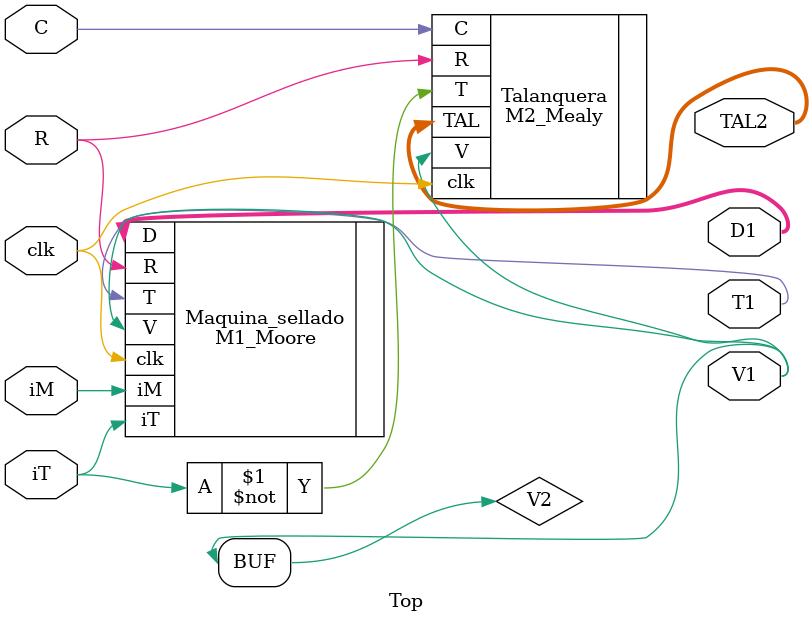
<source format=sv>
`timescale 1ns / 1ps

module Top(
    input  logic clk,
    input  logic R,
    input  logic iT,   // entrada libre para M1
    input  logic iM,   // entrada libre para M1
    input  logic C,    // entrada libre para M2
    output logic T1, V1,           // salidas de M1
    output logic [1:0] D1,         // salida D de M1
    output logic [1:0] TAL2        // salida talanquera
);
    // Señales internas
    logic V2;

    typedef enum logic [1:0] {DOWN, UP_START, UP, DOWN_START} tal_state_t;
    tal_state_t TAL_text;

    // Instancia de M1
    M1_Moore Maquina_sellado (
        .clk(clk),
        .iT(iT),
        .iM(iM),
        .R(R),
        .T(T1),
        .V(V1),
        .D(D1)
    );

    // Conexion para M2
    assign V2 = V1;

    // Instancia de M2
    M2_Mealy Talanquera (
        .clk(clk),
        .R(R),
        .T(~iT),
        .V(V2),
        .C(C),
        .TAL(TAL2)
    );

    always_comb begin
        case(TAL2)
            2'b00: TAL_text = DOWN;
            2'b01: TAL_text = UP_START;
            2'b10: TAL_text = UP;
            2'b11: TAL_text = DOWN_START;
            default: TAL_text = DOWN;
        endcase
    end

endmodule

</source>
